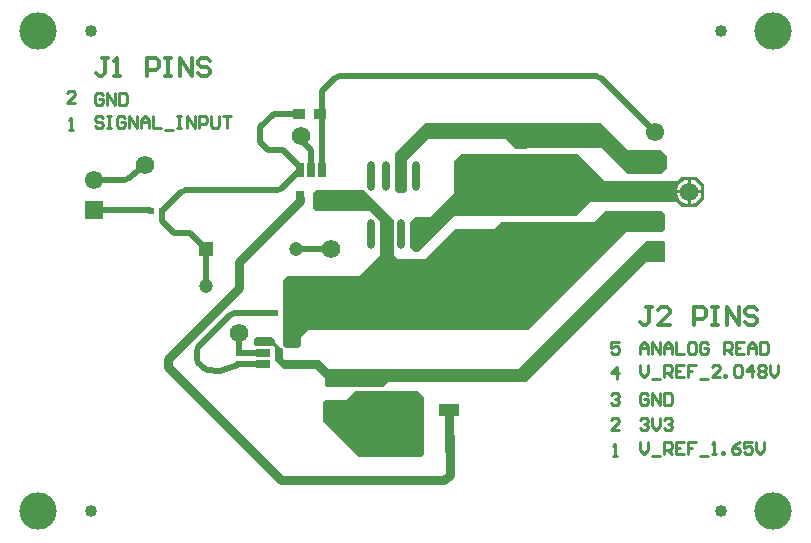
<source format=gtl>
G04*
G04 #@! TF.GenerationSoftware,Altium Limited,Altium Designer,24.6.1 (21)*
G04*
G04 Layer_Physical_Order=1*
G04 Layer_Color=255*
%FSLAX44Y44*%
%MOMM*%
G71*
G04*
G04 #@! TF.SameCoordinates,4D0109AF-B27D-4A28-B854-C6E4DC42B7D3*
G04*
G04*
G04 #@! TF.FilePolarity,Positive*
G04*
G01*
G75*
%ADD12C,0.2540*%
%ADD13R,1.8000X1.4000*%
%ADD14R,1.0000X0.9000*%
%ADD15R,0.5665X0.5725*%
%ADD16R,1.0121X1.1587*%
%ADD17R,0.8581X1.5621*%
%ADD18R,1.6621X1.0581*%
%ADD19R,1.4000X0.9500*%
%ADD20R,0.7000X1.3000*%
%ADD21O,0.7000X2.5000*%
%ADD22R,0.5725X0.5665*%
%ADD23R,1.3000X0.7000*%
%ADD29C,1.2000*%
%ADD30R,1.2000X1.2000*%
%ADD34C,0.5080*%
%ADD35C,0.7620*%
%ADD36C,0.3048*%
%ADD37C,1.5500*%
%ADD38R,1.5500X1.5500*%
%ADD39C,1.0160*%
%ADD40C,3.1750*%
%ADD41C,1.5748*%
G36*
X530860Y337820D02*
X558800D01*
X563880Y332740D01*
Y322580D01*
X558800Y317500D01*
X530860Y317500D01*
X509270Y339090D01*
X435610D01*
X427990Y346710D01*
X361950Y346710D01*
X344170Y328930D01*
X344170Y303530D01*
X341630Y300990D01*
X336550D01*
X334010Y303530D01*
Y335280D01*
X359410Y360680D01*
X508000D01*
X530860Y337820D01*
D02*
G37*
G36*
X511810Y311150D02*
X572770Y311150D01*
X576580Y314960D01*
X589280D01*
X595630Y308610D01*
Y295910D01*
X589280Y289560D01*
X576580D01*
X572770Y293370D01*
X499110D01*
X487680Y281940D01*
X383540Y281940D01*
X353060Y251460D01*
X350520Y251460D01*
X346710Y255270D01*
Y276860D01*
X350520Y280670D01*
X363220D01*
X383540Y300990D01*
Y327660D01*
X389890Y334010D01*
X488950D01*
X511810Y311150D01*
D02*
G37*
G36*
X307340Y303530D02*
X332740Y278130D01*
Y248920D01*
X336550Y245110D01*
X359410D01*
X384810Y270510D01*
X417830D01*
X424180Y276860D01*
X502920D01*
X511810Y285750D01*
X560070D01*
X562610Y283210D01*
Y270510D01*
X560070Y267970D01*
X529590Y267970D01*
X447040Y185420D01*
X303530D01*
X260350Y185420D01*
X254000Y179070D01*
X254000Y172720D01*
X251460Y170180D01*
X241300D01*
X238760Y172720D01*
Y196850D01*
X238760Y227330D01*
X242570Y231140D01*
X303530D01*
X321310Y248920D01*
Y276860D01*
X312419Y285750D01*
X266700Y285750D01*
X264160Y288290D01*
X264160Y300990D01*
X266700Y303530D01*
X307340Y303530D01*
D02*
G37*
G36*
X562610Y259080D02*
X562610Y243840D01*
X561340Y242570D01*
X546100Y242570D01*
X444500Y140970D01*
X327660Y140970D01*
X323850Y137160D01*
X275590Y137160D01*
X274320Y138430D01*
Y144780D01*
X266700Y152400D01*
X240030D01*
X232410Y160020D01*
X232410Y170180D01*
X231140Y171450D01*
X215900Y171450D01*
X214630Y172720D01*
Y177800D01*
X215900Y179070D01*
X229870Y179070D01*
X232410Y176530D01*
Y175260D01*
X237718Y169952D01*
Y169678D01*
X237992D01*
X238760Y168910D01*
Y161290D01*
X240030Y160020D01*
X270510D01*
X278130Y152400D01*
X438150D01*
X546100Y260350D01*
X561340Y260350D01*
X562610Y259080D01*
D02*
G37*
G36*
X358140Y128270D02*
Y80010D01*
X355600Y77470D01*
X303530D01*
X273050Y107950D01*
Y124460D01*
X274320Y125730D01*
X292100D01*
X299720Y133350D01*
X353060D01*
X358140Y128270D01*
D02*
G37*
%LPC*%
G36*
X584301Y312674D02*
X584200D01*
Y303530D01*
X593344D01*
Y303631D01*
X592634Y306280D01*
X591263Y308654D01*
X589324Y310593D01*
X586950Y311964D01*
X584301Y312674D01*
D02*
G37*
G36*
X581660D02*
X581559D01*
X578910Y311964D01*
X576536Y310593D01*
X574597Y308654D01*
X573226Y306280D01*
X572516Y303631D01*
Y303530D01*
X581660D01*
Y312674D01*
D02*
G37*
G36*
X593344Y300990D02*
X584200D01*
Y291846D01*
X584301D01*
X586950Y292556D01*
X589324Y293927D01*
X591263Y295866D01*
X592634Y298240D01*
X593344Y300889D01*
Y300990D01*
D02*
G37*
G36*
X581660D02*
X572516D01*
Y300889D01*
X573226Y298240D01*
X574597Y295866D01*
X576536Y293927D01*
X578910Y292556D01*
X581559Y291846D01*
X581660D01*
Y300990D01*
D02*
G37*
%LPD*%
D12*
X541020Y165100D02*
Y171871D01*
X544406Y175257D01*
X547791Y171871D01*
Y165100D01*
Y170178D01*
X541020D01*
X551177Y165100D02*
Y175257D01*
X557948Y165100D01*
Y175257D01*
X561333Y165100D02*
Y171871D01*
X564719Y175257D01*
X568105Y171871D01*
Y165100D01*
Y170178D01*
X561333D01*
X571490Y175257D02*
Y165100D01*
X578261D01*
X586725Y175257D02*
X583340D01*
X581647Y173564D01*
Y166793D01*
X583340Y165100D01*
X586725D01*
X588418Y166793D01*
Y173564D01*
X586725Y175257D01*
X598575Y173564D02*
X596882Y175257D01*
X593496D01*
X591804Y173564D01*
Y166793D01*
X593496Y165100D01*
X596882D01*
X598575Y166793D01*
Y170178D01*
X595189D01*
X612117Y165100D02*
Y175257D01*
X617195D01*
X618888Y173564D01*
Y170178D01*
X617195Y168486D01*
X612117D01*
X615503D02*
X618888Y165100D01*
X629045Y175257D02*
X622274D01*
Y165100D01*
X629045D01*
X622274Y170178D02*
X625659D01*
X632430Y165100D02*
Y171871D01*
X635816Y175257D01*
X639202Y171871D01*
Y165100D01*
Y170178D01*
X632430D01*
X642587Y175257D02*
Y165100D01*
X647666D01*
X649358Y166793D01*
Y173564D01*
X647666Y175257D01*
X642587D01*
X547791Y130384D02*
X546098Y132077D01*
X542713D01*
X541020Y130384D01*
Y123613D01*
X542713Y121920D01*
X546098D01*
X547791Y123613D01*
Y126998D01*
X544406D01*
X551177Y121920D02*
Y132077D01*
X557948Y121920D01*
Y132077D01*
X561333D02*
Y121920D01*
X566412D01*
X568105Y123613D01*
Y130384D01*
X566412Y132077D01*
X561333D01*
X541020Y90590D02*
Y83818D01*
X544406Y80433D01*
X547791Y83818D01*
Y90590D01*
X551177Y78740D02*
X557948D01*
X561333Y80433D02*
Y90590D01*
X566412D01*
X568105Y88897D01*
Y85511D01*
X566412Y83818D01*
X561333D01*
X564719D02*
X568105Y80433D01*
X578261Y90590D02*
X571490D01*
Y80433D01*
X578261D01*
X571490Y85511D02*
X574876D01*
X588418Y90590D02*
X581647D01*
Y85511D01*
X585033D01*
X581647D01*
Y80433D01*
X591804Y78740D02*
X598575D01*
X601960Y80433D02*
X605346D01*
X603653D01*
Y90590D01*
X601960Y88897D01*
X610424Y80433D02*
Y82126D01*
X612117D01*
Y80433D01*
X610424D01*
X625659Y90590D02*
X622274Y88897D01*
X618888Y85511D01*
Y82126D01*
X620581Y80433D01*
X623967D01*
X625659Y82126D01*
Y83818D01*
X623967Y85511D01*
X618888D01*
X635816Y90590D02*
X629045D01*
Y85511D01*
X632430Y87204D01*
X634123D01*
X635816Y85511D01*
Y82126D01*
X634123Y80433D01*
X630738D01*
X629045Y82126D01*
X639202Y90590D02*
Y83818D01*
X642587Y80433D01*
X645973Y83818D01*
Y90590D01*
X541020Y108794D02*
X542713Y110487D01*
X546098D01*
X547791Y108794D01*
Y107101D01*
X546098Y105408D01*
X544406D01*
X546098D01*
X547791Y103716D01*
Y102023D01*
X546098Y100330D01*
X542713D01*
X541020Y102023D01*
X551177Y110487D02*
Y103716D01*
X554562Y100330D01*
X557948Y103716D01*
Y110487D01*
X561333Y108794D02*
X563026Y110487D01*
X566412D01*
X568105Y108794D01*
Y107101D01*
X566412Y105408D01*
X564719D01*
X566412D01*
X568105Y103716D01*
Y102023D01*
X566412Y100330D01*
X563026D01*
X561333Y102023D01*
X541020Y155359D02*
Y148588D01*
X544406Y145203D01*
X547791Y148588D01*
Y155359D01*
X551177Y143510D02*
X557948D01*
X561333Y145203D02*
Y155359D01*
X566412D01*
X568105Y153667D01*
Y150281D01*
X566412Y148588D01*
X561333D01*
X564719D02*
X568105Y145203D01*
X578261Y155359D02*
X571490D01*
Y145203D01*
X578261D01*
X571490Y150281D02*
X574876D01*
X588418Y155359D02*
X581647D01*
Y150281D01*
X585033D01*
X581647D01*
Y145203D01*
X591804Y143510D02*
X598575D01*
X608731Y145203D02*
X601960D01*
X608731Y151974D01*
Y153667D01*
X607039Y155359D01*
X603653D01*
X601960Y153667D01*
X612117Y145203D02*
Y146896D01*
X613810D01*
Y145203D01*
X612117D01*
X620581Y153667D02*
X622274Y155359D01*
X625659D01*
X627352Y153667D01*
Y146896D01*
X625659Y145203D01*
X622274D01*
X620581Y146896D01*
Y153667D01*
X635816Y145203D02*
Y155359D01*
X630738Y150281D01*
X637509D01*
X640894Y153667D02*
X642587Y155359D01*
X645973D01*
X647666Y153667D01*
Y151974D01*
X645973Y150281D01*
X647666Y148588D01*
Y146896D01*
X645973Y145203D01*
X642587D01*
X640894Y146896D01*
Y148588D01*
X642587Y150281D01*
X640894Y151974D01*
Y153667D01*
X642587Y150281D02*
X645973D01*
X651051Y155359D02*
Y148588D01*
X654437Y145203D01*
X657822Y148588D01*
Y155359D01*
X516890Y130384D02*
X518583Y132077D01*
X521968D01*
X523661Y130384D01*
Y128691D01*
X521968Y126998D01*
X520276D01*
X521968D01*
X523661Y125306D01*
Y123613D01*
X521968Y121920D01*
X518583D01*
X516890Y123613D01*
X521968Y143510D02*
Y153667D01*
X516890Y148588D01*
X523661D01*
Y175257D02*
X516890D01*
Y170178D01*
X520276Y171871D01*
X521968D01*
X523661Y170178D01*
Y166793D01*
X521968Y165100D01*
X518583D01*
X516890Y166793D01*
X518922Y78740D02*
X522308D01*
X520615D01*
Y88897D01*
X518922Y87204D01*
X523661Y100330D02*
X516890D01*
X523661Y107101D01*
Y108794D01*
X521968Y110487D01*
X518583D01*
X516890Y108794D01*
X62651Y377190D02*
X55880D01*
X62651Y383961D01*
Y385654D01*
X60958Y387347D01*
X57573D01*
X55880Y385654D01*
X57912Y354330D02*
X61298D01*
X59605D01*
Y364487D01*
X57912Y362794D01*
X86781Y364487D02*
X85088Y366180D01*
X81703D01*
X80010Y364487D01*
Y362794D01*
X81703Y361101D01*
X85088D01*
X86781Y359408D01*
Y357716D01*
X85088Y356023D01*
X81703D01*
X80010Y357716D01*
X90167Y366180D02*
X93552D01*
X91860D01*
Y356023D01*
X90167D01*
X93552D01*
X105402Y364487D02*
X103709Y366180D01*
X100323D01*
X98631Y364487D01*
Y357716D01*
X100323Y356023D01*
X103709D01*
X105402Y357716D01*
Y361101D01*
X102016D01*
X108787Y356023D02*
Y366180D01*
X115559Y356023D01*
Y366180D01*
X118944Y356023D02*
Y362794D01*
X122330Y366180D01*
X125715Y362794D01*
Y356023D01*
Y361101D01*
X118944D01*
X129101Y366180D02*
Y356023D01*
X135872D01*
X139258Y354330D02*
X146029D01*
X149414Y366180D02*
X152800D01*
X151107D01*
Y356023D01*
X149414D01*
X152800D01*
X157878D02*
Y366180D01*
X164649Y356023D01*
Y366180D01*
X168035Y356023D02*
Y366180D01*
X173113D01*
X174806Y364487D01*
Y361101D01*
X173113Y359408D01*
X168035D01*
X178192Y366180D02*
Y357716D01*
X179884Y356023D01*
X183270D01*
X184963Y357716D01*
Y366180D01*
X188348D02*
X195119D01*
X191734D01*
Y356023D01*
X86781Y384384D02*
X85088Y386077D01*
X81703D01*
X80010Y384384D01*
Y377613D01*
X81703Y375920D01*
X85088D01*
X86781Y377613D01*
Y380998D01*
X83396D01*
X90167Y375920D02*
Y386077D01*
X96938Y375920D01*
Y386077D01*
X100323D02*
Y375920D01*
X105402D01*
X107095Y377613D01*
Y384384D01*
X105402Y386077D01*
X100323D01*
D13*
X398780Y353360D02*
D03*
Y327360D02*
D03*
Y262290D02*
D03*
Y288290D02*
D03*
X284480Y144780D02*
D03*
Y118780D02*
D03*
D14*
X270620Y368300D02*
D03*
X252620D02*
D03*
D15*
X136610Y285750D02*
D03*
X127550D02*
D03*
X232410Y199390D02*
D03*
X241470D02*
D03*
D16*
X440690Y328283D02*
D03*
Y344817D02*
D03*
Y287667D02*
D03*
Y271133D02*
D03*
X316230Y126353D02*
D03*
Y142887D02*
D03*
D17*
X353760Y88900D02*
D03*
X380300D02*
D03*
D18*
X379730Y117810D02*
D03*
Y146350D02*
D03*
D19*
X481330Y328570D02*
D03*
Y347070D02*
D03*
Y288650D02*
D03*
Y270150D02*
D03*
X346710Y129180D02*
D03*
Y147680D02*
D03*
D20*
X272390Y320610D02*
D03*
X262890D02*
D03*
X253390D02*
D03*
Y296610D02*
D03*
X272390D02*
D03*
D21*
X313690Y266330D02*
D03*
X326390D02*
D03*
X339090D02*
D03*
X351790D02*
D03*
X313690Y315330D02*
D03*
X326390D02*
D03*
X339090D02*
D03*
X351790D02*
D03*
D22*
X201930Y165820D02*
D03*
Y156760D02*
D03*
D23*
X222250Y175210D02*
D03*
Y165710D02*
D03*
Y156210D02*
D03*
X246250D02*
D03*
Y175210D02*
D03*
D29*
X250190Y254000D02*
D03*
X173930Y222250D02*
D03*
D30*
Y254000D02*
D03*
X250190Y222250D02*
D03*
D34*
X197684Y199390D02*
G03*
X194101Y197911I0J-5080D01*
G01*
X105306Y312420D02*
G03*
X108624Y313653I0J5080D01*
G01*
X234206Y303530D02*
G03*
X237798Y305018I0J5080D01*
G01*
X156494Y303530D02*
G03*
X152902Y302042I0J-5080D01*
G01*
X508218Y398562D02*
G03*
X504626Y400050I-3592J-3592D01*
G01*
X286804Y400050D02*
G03*
X283212Y398562I0J-5080D01*
G01*
X167413Y171223D02*
G03*
X165934Y167640I3601J-3583D01*
G01*
X185710Y150490D02*
G03*
X197522Y154312I-20642J83943D01*
G01*
X183983Y150369D02*
G03*
X185692Y150485I514J5054D01*
G01*
X172427Y152692D02*
G03*
X175506Y151230I3592J3592D01*
G01*
X199818Y155564D02*
G03*
X199787Y155547I2486J-4430D01*
G01*
X165934Y161274D02*
G03*
X167415Y157705I5080J16D01*
G01*
X197522Y154312D02*
G03*
X198094Y154589I-1922J4702D01*
G01*
X167413Y171223D02*
X194101Y197911D01*
X197684Y199390D02*
X232410D01*
X108624Y313653D02*
X121920Y325120D01*
X78740Y312420D02*
X105306D01*
X201930Y165820D02*
Y182880D01*
X254000Y346363D02*
Y349250D01*
X262890Y320610D02*
Y337473D01*
X254000Y346363D02*
X262890Y337473D01*
X219710Y356870D02*
X231140Y368300D01*
X252620D01*
X219710Y344170D02*
Y356870D01*
Y344170D02*
X226060Y337820D01*
X239180D02*
X253390Y323610D01*
X226060Y337820D02*
X239180D01*
X253390Y320610D02*
Y323610D01*
X136932Y286072D02*
X152902Y302042D01*
X237798Y305018D02*
X253390Y320610D01*
X156494Y303530D02*
X234206Y303530D01*
X272000Y387350D02*
X283212Y398562D01*
X508218Y398562D02*
X553720Y353060D01*
X286804Y400050D02*
X504626Y400050D01*
X272195Y320805D02*
Y387155D01*
X272000Y387350D02*
X272195Y387155D01*
Y320805D02*
X272390Y320610D01*
X250190Y254000D02*
X279400D01*
X173930Y222250D02*
Y254000D01*
X160552Y267378D02*
X173930Y254000D01*
X146820Y267378D02*
X160552D01*
X136902Y277296D02*
Y285458D01*
Y277296D02*
X146820Y267378D01*
X136610Y285750D02*
X136902Y285458D01*
X136610Y285780D02*
X136902Y286072D01*
X136932D01*
X127258D02*
X127550Y285780D01*
X126280Y287020D02*
X127227Y286072D01*
X127550Y285750D02*
Y285780D01*
X127227Y286072D02*
X127258D01*
X78740Y287020D02*
X126280D01*
X201930Y165820D02*
X201985Y165765D01*
X222195D01*
X222250Y165710D01*
X165934Y161274D02*
Y167640D01*
X175506Y151230D02*
X183983Y150369D01*
X167415Y157705D02*
X172427Y152692D01*
X185692Y150485D02*
X185710Y150490D01*
X199818Y155564D02*
X201608Y156562D01*
X201930Y156760D01*
X201960D02*
X202510Y156210D01*
X198094Y154589D02*
X199787Y155547D01*
X202510Y156210D02*
X222250D01*
D35*
X201930Y220980D02*
Y242770D01*
X253390Y294230D02*
Y296610D01*
X201930Y242770D02*
X253390Y294230D01*
X141586Y154324D02*
Y160636D01*
Y154324D02*
X237490Y58420D01*
X141586Y160636D02*
X201930Y220980D01*
X237490Y58420D02*
X375836D01*
X380300Y62884D02*
Y88900D01*
X375836Y58420D02*
X380300Y62884D01*
X379730Y92990D02*
X380300Y92420D01*
Y88900D02*
Y92420D01*
X379730Y92990D02*
Y117810D01*
D36*
X551685Y204973D02*
X546606D01*
X549146D01*
Y192277D01*
X546606Y189738D01*
X544067D01*
X541528Y192277D01*
X566920Y189738D02*
X556763D01*
X566920Y199895D01*
Y202434D01*
X564381Y204973D01*
X559302D01*
X556763Y202434D01*
X587233Y189738D02*
Y204973D01*
X594851D01*
X597390Y202434D01*
Y197355D01*
X594851Y194816D01*
X587233D01*
X602468Y204973D02*
X607547D01*
X605008D01*
Y189738D01*
X602468D01*
X607547D01*
X615164D02*
Y204973D01*
X625321Y189738D01*
Y204973D01*
X640556Y202434D02*
X638017Y204973D01*
X632938D01*
X630399Y202434D01*
Y199895D01*
X632938Y197355D01*
X638017D01*
X640556Y194816D01*
Y192277D01*
X638017Y189738D01*
X632938D01*
X630399Y192277D01*
X90675Y415793D02*
X85596D01*
X88135D01*
Y403097D01*
X85596Y400558D01*
X83057D01*
X80518Y403097D01*
X95753Y400558D02*
X100831D01*
X98292D01*
Y415793D01*
X95753Y413254D01*
X123684Y400558D02*
Y415793D01*
X131302D01*
X133841Y413254D01*
Y408176D01*
X131302Y405636D01*
X123684D01*
X138919Y415793D02*
X143997D01*
X141458D01*
Y400558D01*
X138919D01*
X143997D01*
X151615D02*
Y415793D01*
X161772Y400558D01*
Y415793D01*
X177007Y413254D02*
X174468Y415793D01*
X169389D01*
X166850Y413254D01*
Y410715D01*
X169389Y408176D01*
X174468D01*
X177007Y405636D01*
Y403097D01*
X174468Y400558D01*
X169389D01*
X166850Y403097D01*
D37*
X553720Y353060D02*
D03*
Y327660D02*
D03*
Y302260D02*
D03*
Y276860D02*
D03*
X78740Y312420D02*
D03*
D38*
X553720Y251460D02*
D03*
X78740Y287020D02*
D03*
D39*
X609600Y31750D02*
D03*
Y438150D02*
D03*
X76200D02*
D03*
Y31750D02*
D03*
D40*
X654050D02*
D03*
Y438150D02*
D03*
X31750D02*
D03*
Y31750D02*
D03*
D41*
X121920Y325120D02*
D03*
X201930Y182880D02*
D03*
X254000Y349250D02*
D03*
X320040Y97790D02*
D03*
X279400Y254000D02*
D03*
X582930Y302260D02*
D03*
M02*

</source>
